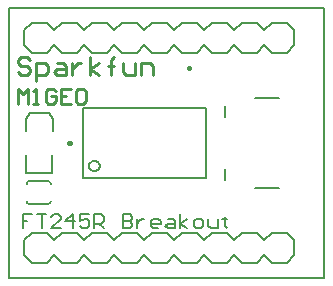
<source format=gto>
G04 Layer_Color=8388736*
%FSLAX25Y25*%
%MOIN*%
G70*
G01*
G75*
%ADD18C,0.01000*%
%ADD19C,0.00800*%
%ADD35C,0.00600*%
%ADD36C,0.01600*%
%ADD37C,0.00714*%
D18*
X103000Y158000D02*
Y162998D01*
X104666Y161332D01*
X106332Y162998D01*
Y158000D01*
X107998D02*
X109664D01*
X108831D01*
Y162998D01*
X107998Y162165D01*
X115496D02*
X114663Y162998D01*
X112997D01*
X112164Y162165D01*
Y158833D01*
X112997Y158000D01*
X114663D01*
X115496Y158833D01*
Y160499D01*
X113830D01*
X120494Y162998D02*
X117162D01*
Y158000D01*
X120494D01*
X117162Y160499D02*
X118828D01*
X124660Y162998D02*
X122994D01*
X122160Y162165D01*
Y158833D01*
X122994Y158000D01*
X124660D01*
X125493Y158833D01*
Y162165D01*
X124660Y162998D01*
X106999Y172498D02*
X105999Y173498D01*
X104000D01*
X103000Y172498D01*
Y171499D01*
X104000Y170499D01*
X105999D01*
X106999Y169499D01*
Y168500D01*
X105999Y167500D01*
X104000D01*
X103000Y168500D01*
X108998Y165501D02*
Y171499D01*
X111997D01*
X112997Y170499D01*
Y168500D01*
X111997Y167500D01*
X108998D01*
X115996Y171499D02*
X117995D01*
X118995Y170499D01*
Y167500D01*
X115996D01*
X114996Y168500D01*
X115996Y169499D01*
X118995D01*
X120994Y171499D02*
Y167500D01*
Y169499D01*
X121994Y170499D01*
X122994Y171499D01*
X123993D01*
X126992Y167500D02*
Y173498D01*
Y169499D02*
X129991Y171499D01*
X126992Y169499D02*
X129991Y167500D01*
X133990D02*
Y172498D01*
Y170499D01*
X132990D01*
X134990D01*
X133990D01*
Y172498D01*
X134990Y173498D01*
X137989Y171499D02*
Y168500D01*
X138988Y167500D01*
X141987D01*
Y171499D01*
X143987Y167500D02*
Y171499D01*
X146986D01*
X147985Y170499D01*
Y167500D01*
D19*
X113787Y131246D02*
X113638Y132000D01*
X113000Y132427D01*
X106700D02*
X106062Y132000D01*
X105913Y131246D01*
Y125734D02*
X106062Y124980D01*
X106700Y124553D01*
X113000D02*
X113638Y124980D01*
X113787Y125734D01*
X114331Y135157D02*
Y141063D01*
X105472Y135157D02*
X114331D01*
X105472D02*
Y141063D01*
X114528Y148937D02*
Y152874D01*
X113150Y154843D02*
X114528Y152874D01*
X107047Y154843D02*
X113150D01*
X105472Y152874D02*
X107047Y154843D01*
X105472Y148937D02*
Y152874D01*
X181850Y130039D02*
X190118D01*
X172008Y132795D02*
Y136339D01*
Y153661D02*
Y157205D01*
X181850Y159961D02*
X190118D01*
X106700Y124553D02*
X113000D01*
X106700Y132427D02*
X113000D01*
X127500Y175000D02*
X132500D01*
X125000Y177500D02*
X127500Y175000D01*
X125000Y182500D02*
X127500Y185000D01*
X142500Y175000D02*
X145000Y177500D01*
X137500Y175000D02*
X142500D01*
X135000Y177500D02*
X137500Y175000D01*
X135000Y182500D02*
X137500Y185000D01*
X142500D01*
X145000Y182500D01*
X132500Y175000D02*
X135000Y177500D01*
X132500Y185000D02*
X135000Y182500D01*
X127500Y185000D02*
X132500D01*
X157500Y175000D02*
X162500D01*
X155000Y177500D02*
X157500Y175000D01*
X155000Y182500D02*
X157500Y185000D01*
X152500Y175000D02*
X155000Y177500D01*
X147500Y175000D02*
X152500D01*
X145000Y177500D02*
X147500Y175000D01*
X145000Y182500D02*
X147500Y185000D01*
X152500D01*
X155000Y182500D01*
X172500Y175000D02*
X175000Y177500D01*
X167500Y175000D02*
X172500D01*
X165000Y177500D02*
X167500Y175000D01*
X165000Y182500D02*
X167500Y185000D01*
X172500D01*
X175000Y182500D01*
X162500Y175000D02*
X165000Y177500D01*
X162500Y185000D02*
X165000Y182500D01*
X157500Y185000D02*
X162500D01*
X187500Y175000D02*
X192500D01*
X185000Y177500D02*
X187500Y175000D01*
X185000Y182500D02*
X187500Y185000D01*
X182500Y175000D02*
X185000Y177500D01*
X177500Y175000D02*
X182500D01*
X175000Y177500D02*
X177500Y175000D01*
X175000Y182500D02*
X177500Y185000D01*
X182500D01*
X185000Y182500D01*
X195000Y177500D02*
Y182500D01*
X192500Y175000D02*
X195000Y177500D01*
X192500Y185000D02*
X195000Y182500D01*
X187500Y185000D02*
X192500D01*
X117500Y175000D02*
X122500D01*
X115000Y177500D02*
X117500Y175000D01*
X115000Y182500D02*
X117500Y185000D01*
X122500Y175000D02*
X125000Y177500D01*
X122500Y185000D02*
X125000Y182500D01*
X117500Y185000D02*
X122500D01*
X107500Y175000D02*
X112500D01*
X105000Y177500D02*
X107500Y175000D01*
X105000Y182500D02*
X107500Y185000D01*
X112500Y175000D02*
X115000Y177500D01*
X112500Y185000D02*
X115000Y182500D01*
X107500Y185000D02*
X112500D01*
X105000Y177500D02*
Y182500D01*
X167500Y115000D02*
X172500D01*
X175000Y112500D01*
X172500Y105000D02*
X175000Y107500D01*
X155000Y112500D02*
X157500Y115000D01*
X162500D01*
X165000Y112500D01*
X162500Y105000D02*
X165000Y107500D01*
X157500Y105000D02*
X162500D01*
X155000Y107500D02*
X157500Y105000D01*
X165000Y112500D02*
X167500Y115000D01*
X165000Y107500D02*
X167500Y105000D01*
X172500D01*
X137500Y115000D02*
X142500D01*
X145000Y112500D01*
X142500Y105000D02*
X145000Y107500D01*
Y112500D02*
X147500Y115000D01*
X152500D01*
X155000Y112500D01*
X152500Y105000D02*
X155000Y107500D01*
X147500Y105000D02*
X152500D01*
X145000Y107500D02*
X147500Y105000D01*
X125000Y112500D02*
X127500Y115000D01*
X132500D01*
X135000Y112500D01*
X132500Y105000D02*
X135000Y107500D01*
X127500Y105000D02*
X132500D01*
X125000Y107500D02*
X127500Y105000D01*
X135000Y112500D02*
X137500Y115000D01*
X135000Y107500D02*
X137500Y105000D01*
X142500D01*
X107500Y115000D02*
X112500D01*
X115000Y112500D01*
X112500Y105000D02*
X115000Y107500D01*
Y112500D02*
X117500Y115000D01*
X122500D01*
X125000Y112500D01*
X122500Y105000D02*
X125000Y107500D01*
X117500Y105000D02*
X122500D01*
X115000Y107500D02*
X117500Y105000D01*
X105000Y107500D02*
Y112500D01*
X107500Y115000D01*
X105000Y107500D02*
X107500Y105000D01*
X112500D01*
X177500Y115000D02*
X182500D01*
X185000Y112500D01*
X182500Y105000D02*
X185000Y107500D01*
X175000Y112500D02*
X177500Y115000D01*
X175000Y107500D02*
X177500Y105000D01*
X182500D01*
X187500Y115000D02*
X192500D01*
X195000Y112500D01*
X192500Y105000D02*
X195000Y107500D01*
X185000Y112500D02*
X187500Y115000D01*
X185000Y107500D02*
X187500Y105000D01*
X192500D01*
X195000Y107500D02*
Y112500D01*
X100000Y190000D02*
X205000D01*
Y100000D02*
Y190000D01*
X100000Y100000D02*
X205000D01*
X100000D02*
Y190000D01*
D35*
X130175Y137323D02*
X129888Y138301D01*
X129118Y138969D01*
X128109Y139114D01*
X127181Y138690D01*
X126630Y137833D01*
Y136813D01*
X127181Y135956D01*
X128109Y135532D01*
X129118Y135678D01*
X129888Y136345D01*
X130175Y137323D01*
X124528Y156516D02*
X165472D01*
Y133484D02*
Y156516D01*
X124528Y133484D02*
X165472D01*
X124528D02*
Y156516D01*
D36*
X160000Y169880D02*
Y170120D01*
X119880Y145000D02*
X120120D01*
D37*
X107672Y121258D02*
X104500D01*
Y118879D01*
X106086D01*
X104500D01*
Y116500D01*
X109258Y121258D02*
X112431D01*
X110845D01*
Y116500D01*
X117189D02*
X114017D01*
X117189Y119672D01*
Y120465D01*
X116396Y121258D01*
X114810D01*
X114017Y120465D01*
X121155Y116500D02*
Y121258D01*
X118775Y118879D01*
X121948D01*
X126706Y121258D02*
X123534D01*
Y118879D01*
X125120Y119672D01*
X125913D01*
X126706Y118879D01*
Y117293D01*
X125913Y116500D01*
X124327D01*
X123534Y117293D01*
X128292Y116500D02*
Y121258D01*
X130672D01*
X131465Y120465D01*
Y118879D01*
X130672Y118086D01*
X128292D01*
X129878D02*
X131465Y116500D01*
X137809Y121258D02*
Y116500D01*
X140188D01*
X140981Y117293D01*
Y118086D01*
X140188Y118879D01*
X137809D01*
X140188D01*
X140981Y119672D01*
Y120465D01*
X140188Y121258D01*
X137809D01*
X142568Y119672D02*
Y116500D01*
Y118086D01*
X143361Y118879D01*
X144154Y119672D01*
X144947D01*
X149705Y116500D02*
X148119D01*
X147326Y117293D01*
Y118879D01*
X148119Y119672D01*
X149705D01*
X150498Y118879D01*
Y118086D01*
X147326D01*
X152878Y119672D02*
X154464D01*
X155257Y118879D01*
Y116500D01*
X152878D01*
X152085Y117293D01*
X152878Y118086D01*
X155257D01*
X156843Y116500D02*
Y121258D01*
Y118086D02*
X159222Y119672D01*
X156843Y118086D02*
X159222Y116500D01*
X162395D02*
X163981D01*
X164774Y117293D01*
Y118879D01*
X163981Y119672D01*
X162395D01*
X161601Y118879D01*
Y117293D01*
X162395Y116500D01*
X166360Y119672D02*
Y117293D01*
X167153Y116500D01*
X169532D01*
Y119672D01*
X171912Y120465D02*
Y119672D01*
X171118D01*
X172705D01*
X171912D01*
Y117293D01*
X172705Y116500D01*
M02*

</source>
